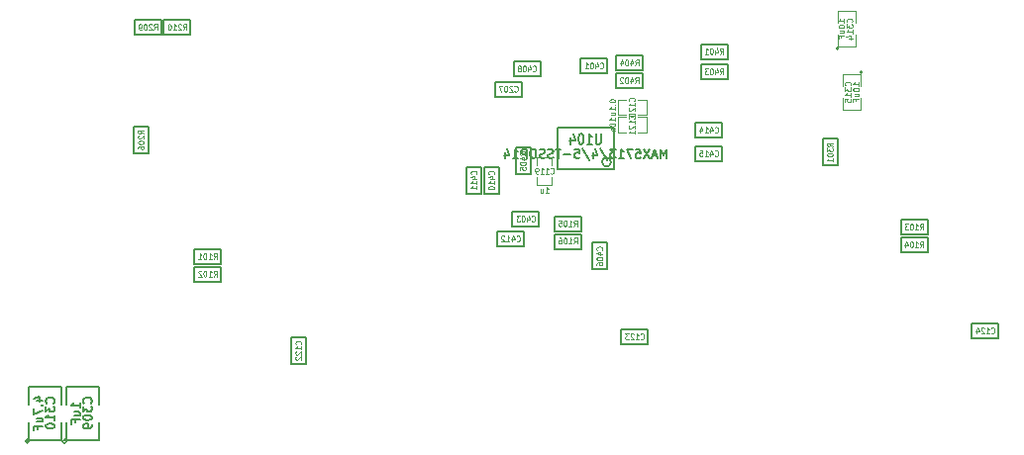
<source format=gbo>
G04 (created by PCBNEW (2013-07-07 BZR 4022)-stable) date 01/02/2015 03:27:21*
%MOIN*%
G04 Gerber Fmt 3.4, Leading zero omitted, Abs format*
%FSLAX34Y34*%
G01*
G70*
G90*
G04 APERTURE LIST*
%ADD10C,0.00590551*%
%ADD11C,0.008*%
%ADD12C,0.0047*%
%ADD13C,0.005*%
%ADD14C,0.0039*%
%ADD15C,0.0075*%
%ADD16C,0.0045*%
%ADD17C,0.0043*%
G04 APERTURE END LIST*
G54D10*
G54D11*
X63950Y-38300D02*
X62050Y-38300D01*
X62050Y-38300D02*
X62050Y-39700D01*
X62050Y-39700D02*
X63950Y-39700D01*
X63950Y-39700D02*
X63950Y-38300D01*
X63850Y-39450D02*
G75*
G03X63850Y-39450I-150J0D01*
G74*
G01*
G54D12*
X64763Y-37342D02*
X65038Y-37342D01*
X64369Y-37342D02*
X64094Y-37342D01*
X64763Y-37854D02*
X65038Y-37854D01*
X64094Y-37854D02*
X64369Y-37854D01*
X65038Y-37848D02*
X65038Y-37348D01*
X64094Y-37348D02*
X64094Y-37848D01*
X61358Y-39566D02*
X61358Y-39291D01*
X61358Y-39960D02*
X61358Y-40235D01*
X61870Y-39566D02*
X61870Y-39291D01*
X61870Y-40235D02*
X61870Y-39960D01*
X61864Y-39291D02*
X61364Y-39291D01*
X61364Y-40235D02*
X61864Y-40235D01*
X64763Y-37932D02*
X65038Y-37932D01*
X64369Y-37932D02*
X64094Y-37932D01*
X64763Y-38444D02*
X65038Y-38444D01*
X64094Y-38444D02*
X64369Y-38444D01*
X65038Y-38438D02*
X65038Y-37938D01*
X64094Y-37938D02*
X64094Y-38438D01*
G54D13*
X73605Y-42494D02*
X74505Y-42494D01*
X74505Y-42494D02*
X74505Y-41994D01*
X74505Y-41994D02*
X73605Y-41994D01*
X73605Y-41994D02*
X73605Y-42494D01*
X74505Y-41403D02*
X73605Y-41403D01*
X73605Y-41403D02*
X73605Y-41903D01*
X73605Y-41903D02*
X74505Y-41903D01*
X74505Y-41903D02*
X74505Y-41403D01*
X49825Y-43478D02*
X50725Y-43478D01*
X50725Y-43478D02*
X50725Y-42978D01*
X50725Y-42978D02*
X49825Y-42978D01*
X49825Y-42978D02*
X49825Y-43478D01*
X50725Y-42387D02*
X49825Y-42387D01*
X49825Y-42387D02*
X49825Y-42887D01*
X49825Y-42887D02*
X50725Y-42887D01*
X50725Y-42887D02*
X50725Y-42387D01*
X62851Y-41875D02*
X61951Y-41875D01*
X61951Y-41875D02*
X61951Y-42375D01*
X61951Y-42375D02*
X62851Y-42375D01*
X62851Y-42375D02*
X62851Y-41875D01*
X61951Y-41785D02*
X62851Y-41785D01*
X62851Y-41785D02*
X62851Y-41285D01*
X62851Y-41285D02*
X61951Y-41285D01*
X61951Y-41285D02*
X61951Y-41785D01*
X71490Y-39564D02*
X71490Y-38664D01*
X71490Y-38664D02*
X70990Y-38664D01*
X70990Y-38664D02*
X70990Y-39564D01*
X70990Y-39564D02*
X71490Y-39564D01*
X45533Y-48863D02*
G75*
G03X45533Y-48863I-70J0D01*
G74*
G01*
X46612Y-48213D02*
X46612Y-48813D01*
X46612Y-48813D02*
X45512Y-48813D01*
X45512Y-48813D02*
X45512Y-48213D01*
X45512Y-47613D02*
X45512Y-47013D01*
X45512Y-47013D02*
X46612Y-47013D01*
X46612Y-47013D02*
X46612Y-47613D01*
X44273Y-48863D02*
G75*
G03X44273Y-48863I-70J0D01*
G74*
G01*
X45353Y-48213D02*
X45353Y-48813D01*
X45353Y-48813D02*
X44253Y-48813D01*
X44253Y-48813D02*
X44253Y-48213D01*
X44253Y-47613D02*
X44253Y-47013D01*
X44253Y-47013D02*
X45353Y-47013D01*
X45353Y-47013D02*
X45353Y-47613D01*
G54D14*
X72318Y-36436D02*
G75*
G03X72318Y-36436I-50J0D01*
G74*
G01*
X72268Y-36886D02*
X72268Y-36486D01*
X72268Y-36486D02*
X71668Y-36486D01*
X71668Y-36486D02*
X71668Y-36886D01*
X71668Y-37286D02*
X71668Y-37686D01*
X71668Y-37686D02*
X72268Y-37686D01*
X72268Y-37686D02*
X72268Y-37286D01*
X71521Y-35610D02*
G75*
G03X71521Y-35610I-50J0D01*
G74*
G01*
X71471Y-35160D02*
X71471Y-35560D01*
X71471Y-35560D02*
X72071Y-35560D01*
X72071Y-35560D02*
X72071Y-35160D01*
X72071Y-34760D02*
X72071Y-34360D01*
X72071Y-34360D02*
X71471Y-34360D01*
X71471Y-34360D02*
X71471Y-34760D01*
G54D13*
X47800Y-38250D02*
X47800Y-39150D01*
X47800Y-39150D02*
X48300Y-39150D01*
X48300Y-39150D02*
X48300Y-38250D01*
X48300Y-38250D02*
X47800Y-38250D01*
X48801Y-35171D02*
X49701Y-35171D01*
X49701Y-35171D02*
X49701Y-34671D01*
X49701Y-34671D02*
X48801Y-34671D01*
X48801Y-34671D02*
X48801Y-35171D01*
X47817Y-35171D02*
X48717Y-35171D01*
X48717Y-35171D02*
X48717Y-34671D01*
X48717Y-34671D02*
X47817Y-34671D01*
X47817Y-34671D02*
X47817Y-35171D01*
X59950Y-37250D02*
X60850Y-37250D01*
X60850Y-37250D02*
X60850Y-36750D01*
X60850Y-36750D02*
X59950Y-36750D01*
X59950Y-36750D02*
X59950Y-37250D01*
X66695Y-38635D02*
X67595Y-38635D01*
X67595Y-38635D02*
X67595Y-38135D01*
X67595Y-38135D02*
X66695Y-38135D01*
X66695Y-38135D02*
X66695Y-38635D01*
X66695Y-39423D02*
X67595Y-39423D01*
X67595Y-39423D02*
X67595Y-38923D01*
X67595Y-38923D02*
X66695Y-38923D01*
X66695Y-38923D02*
X66695Y-39423D01*
X59592Y-39609D02*
X59592Y-40509D01*
X59592Y-40509D02*
X60092Y-40509D01*
X60092Y-40509D02*
X60092Y-39609D01*
X60092Y-39609D02*
X59592Y-39609D01*
X59001Y-39609D02*
X59001Y-40509D01*
X59001Y-40509D02*
X59501Y-40509D01*
X59501Y-40509D02*
X59501Y-39609D01*
X59501Y-39609D02*
X59001Y-39609D01*
X60922Y-41797D02*
X60022Y-41797D01*
X60022Y-41797D02*
X60022Y-42297D01*
X60022Y-42297D02*
X60922Y-42297D01*
X60922Y-42297D02*
X60922Y-41797D01*
X61473Y-36068D02*
X60573Y-36068D01*
X60573Y-36068D02*
X60573Y-36568D01*
X60573Y-36568D02*
X61473Y-36568D01*
X61473Y-36568D02*
X61473Y-36068D01*
X63234Y-42168D02*
X63234Y-43068D01*
X63234Y-43068D02*
X63734Y-43068D01*
X63734Y-43068D02*
X63734Y-42168D01*
X63734Y-42168D02*
X63234Y-42168D01*
X67772Y-35478D02*
X66872Y-35478D01*
X66872Y-35478D02*
X66872Y-35978D01*
X66872Y-35978D02*
X67772Y-35978D01*
X67772Y-35978D02*
X67772Y-35478D01*
X64018Y-36962D02*
X64918Y-36962D01*
X64918Y-36962D02*
X64918Y-36462D01*
X64918Y-36462D02*
X64018Y-36462D01*
X64018Y-36462D02*
X64018Y-36962D01*
X64018Y-36372D02*
X64918Y-36372D01*
X64918Y-36372D02*
X64918Y-35872D01*
X64918Y-35872D02*
X64018Y-35872D01*
X64018Y-35872D02*
X64018Y-36372D01*
X66872Y-36667D02*
X67772Y-36667D01*
X67772Y-36667D02*
X67772Y-36167D01*
X67772Y-36167D02*
X66872Y-36167D01*
X66872Y-36167D02*
X66872Y-36667D01*
X60655Y-38959D02*
X60655Y-39859D01*
X60655Y-39859D02*
X61155Y-39859D01*
X61155Y-39859D02*
X61155Y-38959D01*
X61155Y-38959D02*
X60655Y-38959D01*
X61434Y-41127D02*
X60534Y-41127D01*
X60534Y-41127D02*
X60534Y-41627D01*
X60534Y-41627D02*
X61434Y-41627D01*
X61434Y-41627D02*
X61434Y-41127D01*
X62837Y-36470D02*
X63737Y-36470D01*
X63737Y-36470D02*
X63737Y-35970D01*
X63737Y-35970D02*
X62837Y-35970D01*
X62837Y-35970D02*
X62837Y-36470D01*
X53600Y-46250D02*
X53600Y-45350D01*
X53600Y-45350D02*
X53100Y-45350D01*
X53100Y-45350D02*
X53100Y-46250D01*
X53100Y-46250D02*
X53600Y-46250D01*
X64200Y-45600D02*
X65100Y-45600D01*
X65100Y-45600D02*
X65100Y-45100D01*
X65100Y-45100D02*
X64200Y-45100D01*
X64200Y-45100D02*
X64200Y-45600D01*
X76000Y-45400D02*
X76900Y-45400D01*
X76900Y-45400D02*
X76900Y-44900D01*
X76900Y-44900D02*
X76000Y-44900D01*
X76000Y-44900D02*
X76000Y-45400D01*
G54D15*
X63514Y-38491D02*
X63514Y-38775D01*
X63500Y-38808D01*
X63485Y-38825D01*
X63457Y-38841D01*
X63400Y-38841D01*
X63371Y-38825D01*
X63357Y-38808D01*
X63342Y-38775D01*
X63342Y-38491D01*
X63042Y-38841D02*
X63214Y-38841D01*
X63128Y-38841D02*
X63128Y-38491D01*
X63157Y-38541D01*
X63185Y-38575D01*
X63214Y-38591D01*
X62857Y-38491D02*
X62828Y-38491D01*
X62800Y-38508D01*
X62785Y-38525D01*
X62771Y-38558D01*
X62757Y-38625D01*
X62757Y-38708D01*
X62771Y-38775D01*
X62785Y-38808D01*
X62800Y-38825D01*
X62828Y-38841D01*
X62857Y-38841D01*
X62885Y-38825D01*
X62900Y-38808D01*
X62914Y-38775D01*
X62928Y-38708D01*
X62928Y-38625D01*
X62914Y-38558D01*
X62900Y-38525D01*
X62885Y-38508D01*
X62857Y-38491D01*
X62500Y-38608D02*
X62500Y-38841D01*
X62571Y-38475D02*
X62642Y-38725D01*
X62457Y-38725D01*
X65721Y-39321D02*
X65721Y-39021D01*
X65621Y-39235D01*
X65521Y-39021D01*
X65521Y-39321D01*
X65392Y-39235D02*
X65249Y-39235D01*
X65421Y-39321D02*
X65321Y-39021D01*
X65221Y-39321D01*
X65149Y-39021D02*
X64949Y-39321D01*
X64949Y-39021D02*
X65149Y-39321D01*
X64692Y-39021D02*
X64835Y-39021D01*
X64849Y-39164D01*
X64835Y-39150D01*
X64807Y-39135D01*
X64735Y-39135D01*
X64707Y-39150D01*
X64692Y-39164D01*
X64678Y-39192D01*
X64678Y-39264D01*
X64692Y-39292D01*
X64707Y-39307D01*
X64735Y-39321D01*
X64807Y-39321D01*
X64835Y-39307D01*
X64849Y-39292D01*
X64578Y-39021D02*
X64378Y-39021D01*
X64507Y-39321D01*
X64107Y-39321D02*
X64278Y-39321D01*
X64192Y-39321D02*
X64192Y-39021D01*
X64221Y-39064D01*
X64250Y-39092D01*
X64278Y-39107D01*
X64007Y-39021D02*
X63821Y-39021D01*
X63921Y-39135D01*
X63878Y-39135D01*
X63850Y-39150D01*
X63835Y-39164D01*
X63821Y-39192D01*
X63821Y-39264D01*
X63835Y-39292D01*
X63850Y-39307D01*
X63878Y-39321D01*
X63964Y-39321D01*
X63992Y-39307D01*
X64007Y-39292D01*
X63478Y-39007D02*
X63735Y-39392D01*
X63250Y-39121D02*
X63250Y-39321D01*
X63321Y-39007D02*
X63392Y-39221D01*
X63207Y-39221D01*
X62878Y-39007D02*
X63135Y-39392D01*
X62635Y-39021D02*
X62778Y-39021D01*
X62792Y-39164D01*
X62778Y-39150D01*
X62750Y-39135D01*
X62678Y-39135D01*
X62650Y-39150D01*
X62635Y-39164D01*
X62621Y-39192D01*
X62621Y-39264D01*
X62635Y-39292D01*
X62650Y-39307D01*
X62678Y-39321D01*
X62750Y-39321D01*
X62778Y-39307D01*
X62792Y-39292D01*
X62492Y-39207D02*
X62264Y-39207D01*
X62164Y-39021D02*
X61992Y-39021D01*
X62078Y-39321D02*
X62078Y-39021D01*
X61907Y-39307D02*
X61864Y-39321D01*
X61792Y-39321D01*
X61764Y-39307D01*
X61750Y-39292D01*
X61735Y-39264D01*
X61735Y-39235D01*
X61750Y-39207D01*
X61764Y-39192D01*
X61792Y-39178D01*
X61850Y-39164D01*
X61878Y-39150D01*
X61892Y-39135D01*
X61907Y-39107D01*
X61907Y-39078D01*
X61892Y-39050D01*
X61878Y-39035D01*
X61850Y-39021D01*
X61778Y-39021D01*
X61735Y-39035D01*
X61621Y-39307D02*
X61578Y-39321D01*
X61507Y-39321D01*
X61478Y-39307D01*
X61464Y-39292D01*
X61450Y-39264D01*
X61450Y-39235D01*
X61464Y-39207D01*
X61478Y-39192D01*
X61507Y-39178D01*
X61564Y-39164D01*
X61592Y-39150D01*
X61607Y-39135D01*
X61621Y-39107D01*
X61621Y-39078D01*
X61607Y-39050D01*
X61592Y-39035D01*
X61564Y-39021D01*
X61492Y-39021D01*
X61450Y-39035D01*
X61264Y-39021D02*
X61207Y-39021D01*
X61178Y-39035D01*
X61150Y-39064D01*
X61135Y-39121D01*
X61135Y-39221D01*
X61150Y-39278D01*
X61178Y-39307D01*
X61207Y-39321D01*
X61264Y-39321D01*
X61292Y-39307D01*
X61321Y-39278D01*
X61335Y-39221D01*
X61335Y-39121D01*
X61321Y-39064D01*
X61292Y-39035D01*
X61264Y-39021D01*
X61007Y-39321D02*
X61007Y-39021D01*
X60892Y-39021D01*
X60864Y-39035D01*
X60850Y-39050D01*
X60835Y-39078D01*
X60835Y-39121D01*
X60850Y-39150D01*
X60864Y-39164D01*
X60892Y-39178D01*
X61007Y-39178D01*
X60550Y-39321D02*
X60721Y-39321D01*
X60635Y-39321D02*
X60635Y-39021D01*
X60664Y-39064D01*
X60692Y-39092D01*
X60721Y-39107D01*
X60292Y-39121D02*
X60292Y-39321D01*
X60364Y-39007D02*
X60435Y-39221D01*
X60250Y-39221D01*
G54D16*
X64628Y-37396D02*
X64638Y-37388D01*
X64647Y-37362D01*
X64647Y-37345D01*
X64638Y-37319D01*
X64619Y-37302D01*
X64600Y-37294D01*
X64562Y-37285D01*
X64533Y-37285D01*
X64495Y-37294D01*
X64476Y-37302D01*
X64457Y-37319D01*
X64447Y-37345D01*
X64447Y-37362D01*
X64457Y-37388D01*
X64466Y-37396D01*
X64647Y-37568D02*
X64647Y-37465D01*
X64647Y-37516D02*
X64447Y-37516D01*
X64476Y-37499D01*
X64495Y-37482D01*
X64505Y-37465D01*
X64466Y-37636D02*
X64457Y-37645D01*
X64447Y-37662D01*
X64447Y-37705D01*
X64457Y-37722D01*
X64466Y-37731D01*
X64485Y-37739D01*
X64505Y-37739D01*
X64533Y-37731D01*
X64647Y-37628D01*
X64647Y-37739D01*
X64447Y-37851D02*
X64447Y-37868D01*
X64457Y-37885D01*
X64466Y-37894D01*
X64485Y-37902D01*
X64524Y-37911D01*
X64571Y-37911D01*
X64609Y-37902D01*
X64628Y-37894D01*
X64638Y-37885D01*
X64647Y-37868D01*
X64647Y-37851D01*
X64638Y-37834D01*
X64628Y-37825D01*
X64609Y-37816D01*
X64571Y-37808D01*
X64524Y-37808D01*
X64485Y-37816D01*
X64466Y-37825D01*
X64457Y-37834D01*
X64447Y-37851D01*
X63797Y-37379D02*
X63797Y-37396D01*
X63807Y-37414D01*
X63816Y-37422D01*
X63835Y-37431D01*
X63874Y-37439D01*
X63921Y-37439D01*
X63959Y-37431D01*
X63978Y-37422D01*
X63988Y-37414D01*
X63997Y-37396D01*
X63997Y-37379D01*
X63988Y-37362D01*
X63978Y-37354D01*
X63959Y-37345D01*
X63921Y-37336D01*
X63874Y-37336D01*
X63835Y-37345D01*
X63816Y-37354D01*
X63807Y-37362D01*
X63797Y-37379D01*
X63978Y-37516D02*
X63988Y-37525D01*
X63997Y-37516D01*
X63988Y-37508D01*
X63978Y-37516D01*
X63997Y-37516D01*
X63997Y-37696D02*
X63997Y-37594D01*
X63997Y-37645D02*
X63797Y-37645D01*
X63826Y-37628D01*
X63845Y-37611D01*
X63855Y-37594D01*
X63864Y-37851D02*
X63997Y-37851D01*
X63864Y-37774D02*
X63969Y-37774D01*
X63988Y-37782D01*
X63997Y-37799D01*
X63997Y-37825D01*
X63988Y-37842D01*
X63978Y-37851D01*
X61815Y-39825D02*
X61824Y-39835D01*
X61849Y-39844D01*
X61867Y-39844D01*
X61892Y-39835D01*
X61909Y-39816D01*
X61918Y-39797D01*
X61927Y-39759D01*
X61927Y-39730D01*
X61918Y-39692D01*
X61909Y-39673D01*
X61892Y-39654D01*
X61867Y-39644D01*
X61849Y-39644D01*
X61824Y-39654D01*
X61815Y-39663D01*
X61644Y-39844D02*
X61747Y-39844D01*
X61695Y-39844D02*
X61695Y-39644D01*
X61712Y-39673D01*
X61729Y-39692D01*
X61747Y-39701D01*
X61472Y-39844D02*
X61575Y-39844D01*
X61524Y-39844D02*
X61524Y-39644D01*
X61541Y-39673D01*
X61558Y-39692D01*
X61575Y-39701D01*
X61387Y-39844D02*
X61352Y-39844D01*
X61335Y-39835D01*
X61327Y-39825D01*
X61309Y-39797D01*
X61301Y-39759D01*
X61301Y-39682D01*
X61309Y-39663D01*
X61318Y-39654D01*
X61335Y-39644D01*
X61369Y-39644D01*
X61387Y-39654D01*
X61395Y-39663D01*
X61404Y-39682D01*
X61404Y-39730D01*
X61395Y-39749D01*
X61387Y-39759D01*
X61369Y-39768D01*
X61335Y-39768D01*
X61318Y-39759D01*
X61309Y-39749D01*
X61301Y-39730D01*
X61644Y-40494D02*
X61747Y-40494D01*
X61695Y-40494D02*
X61695Y-40294D01*
X61712Y-40323D01*
X61729Y-40342D01*
X61747Y-40351D01*
X61489Y-40361D02*
X61489Y-40494D01*
X61567Y-40361D02*
X61567Y-40466D01*
X61558Y-40485D01*
X61541Y-40494D01*
X61515Y-40494D01*
X61498Y-40485D01*
X61489Y-40475D01*
X64628Y-37987D02*
X64638Y-37978D01*
X64647Y-37953D01*
X64647Y-37936D01*
X64638Y-37910D01*
X64619Y-37893D01*
X64600Y-37884D01*
X64562Y-37876D01*
X64533Y-37876D01*
X64495Y-37884D01*
X64476Y-37893D01*
X64457Y-37910D01*
X64447Y-37936D01*
X64447Y-37953D01*
X64457Y-37978D01*
X64466Y-37987D01*
X64647Y-38158D02*
X64647Y-38056D01*
X64647Y-38107D02*
X64447Y-38107D01*
X64476Y-38090D01*
X64495Y-38073D01*
X64505Y-38056D01*
X64466Y-38227D02*
X64457Y-38236D01*
X64447Y-38253D01*
X64447Y-38296D01*
X64457Y-38313D01*
X64466Y-38321D01*
X64485Y-38330D01*
X64505Y-38330D01*
X64533Y-38321D01*
X64647Y-38218D01*
X64647Y-38330D01*
X64647Y-38501D02*
X64647Y-38398D01*
X64647Y-38450D02*
X64447Y-38450D01*
X64476Y-38433D01*
X64495Y-38416D01*
X64505Y-38398D01*
X63997Y-38073D02*
X63997Y-37970D01*
X63997Y-38021D02*
X63797Y-38021D01*
X63826Y-38004D01*
X63845Y-37987D01*
X63855Y-37970D01*
X63797Y-38184D02*
X63797Y-38201D01*
X63807Y-38218D01*
X63816Y-38227D01*
X63835Y-38236D01*
X63874Y-38244D01*
X63921Y-38244D01*
X63959Y-38236D01*
X63978Y-38227D01*
X63988Y-38218D01*
X63997Y-38201D01*
X63997Y-38184D01*
X63988Y-38167D01*
X63978Y-38158D01*
X63959Y-38150D01*
X63921Y-38141D01*
X63874Y-38141D01*
X63835Y-38150D01*
X63816Y-38158D01*
X63807Y-38167D01*
X63797Y-38184D01*
X63864Y-38321D02*
X63997Y-38321D01*
X63883Y-38321D02*
X63874Y-38330D01*
X63864Y-38347D01*
X63864Y-38373D01*
X63874Y-38390D01*
X63893Y-38398D01*
X63997Y-38398D01*
X74256Y-42325D02*
X74316Y-42229D01*
X74359Y-42325D02*
X74359Y-42125D01*
X74290Y-42125D01*
X74273Y-42134D01*
X74265Y-42144D01*
X74256Y-42163D01*
X74256Y-42191D01*
X74265Y-42210D01*
X74273Y-42220D01*
X74290Y-42229D01*
X74359Y-42229D01*
X74085Y-42325D02*
X74187Y-42325D01*
X74136Y-42325D02*
X74136Y-42125D01*
X74153Y-42153D01*
X74170Y-42172D01*
X74187Y-42182D01*
X73973Y-42125D02*
X73956Y-42125D01*
X73939Y-42134D01*
X73930Y-42144D01*
X73922Y-42163D01*
X73913Y-42201D01*
X73913Y-42248D01*
X73922Y-42286D01*
X73930Y-42305D01*
X73939Y-42315D01*
X73956Y-42325D01*
X73973Y-42325D01*
X73990Y-42315D01*
X73999Y-42305D01*
X74007Y-42286D01*
X74016Y-42248D01*
X74016Y-42201D01*
X74007Y-42163D01*
X73999Y-42144D01*
X73990Y-42134D01*
X73973Y-42125D01*
X73759Y-42191D02*
X73759Y-42325D01*
X73802Y-42115D02*
X73845Y-42258D01*
X73733Y-42258D01*
X74256Y-41734D02*
X74316Y-41639D01*
X74359Y-41734D02*
X74359Y-41534D01*
X74290Y-41534D01*
X74273Y-41544D01*
X74265Y-41553D01*
X74256Y-41572D01*
X74256Y-41601D01*
X74265Y-41620D01*
X74273Y-41629D01*
X74290Y-41639D01*
X74359Y-41639D01*
X74085Y-41734D02*
X74187Y-41734D01*
X74136Y-41734D02*
X74136Y-41534D01*
X74153Y-41563D01*
X74170Y-41582D01*
X74187Y-41591D01*
X73973Y-41534D02*
X73956Y-41534D01*
X73939Y-41544D01*
X73930Y-41553D01*
X73922Y-41572D01*
X73913Y-41610D01*
X73913Y-41658D01*
X73922Y-41696D01*
X73930Y-41715D01*
X73939Y-41724D01*
X73956Y-41734D01*
X73973Y-41734D01*
X73990Y-41724D01*
X73999Y-41715D01*
X74007Y-41696D01*
X74016Y-41658D01*
X74016Y-41610D01*
X74007Y-41572D01*
X73999Y-41553D01*
X73990Y-41544D01*
X73973Y-41534D01*
X73853Y-41534D02*
X73742Y-41534D01*
X73802Y-41610D01*
X73776Y-41610D01*
X73759Y-41620D01*
X73750Y-41629D01*
X73742Y-41648D01*
X73742Y-41696D01*
X73750Y-41715D01*
X73759Y-41724D01*
X73776Y-41734D01*
X73827Y-41734D01*
X73845Y-41724D01*
X73853Y-41715D01*
X50477Y-43309D02*
X50537Y-43214D01*
X50579Y-43309D02*
X50579Y-43109D01*
X50511Y-43109D01*
X50494Y-43118D01*
X50485Y-43128D01*
X50477Y-43147D01*
X50477Y-43175D01*
X50485Y-43195D01*
X50494Y-43204D01*
X50511Y-43214D01*
X50579Y-43214D01*
X50305Y-43309D02*
X50408Y-43309D01*
X50357Y-43309D02*
X50357Y-43109D01*
X50374Y-43137D01*
X50391Y-43156D01*
X50408Y-43166D01*
X50194Y-43109D02*
X50177Y-43109D01*
X50159Y-43118D01*
X50151Y-43128D01*
X50142Y-43147D01*
X50134Y-43185D01*
X50134Y-43233D01*
X50142Y-43271D01*
X50151Y-43290D01*
X50159Y-43299D01*
X50177Y-43309D01*
X50194Y-43309D01*
X50211Y-43299D01*
X50219Y-43290D01*
X50228Y-43271D01*
X50237Y-43233D01*
X50237Y-43185D01*
X50228Y-43147D01*
X50219Y-43128D01*
X50211Y-43118D01*
X50194Y-43109D01*
X50065Y-43128D02*
X50057Y-43118D01*
X50039Y-43109D01*
X49997Y-43109D01*
X49979Y-43118D01*
X49971Y-43128D01*
X49962Y-43147D01*
X49962Y-43166D01*
X49971Y-43195D01*
X50074Y-43309D01*
X49962Y-43309D01*
X50477Y-42718D02*
X50537Y-42623D01*
X50579Y-42718D02*
X50579Y-42518D01*
X50511Y-42518D01*
X50494Y-42528D01*
X50485Y-42537D01*
X50477Y-42556D01*
X50477Y-42585D01*
X50485Y-42604D01*
X50494Y-42613D01*
X50511Y-42623D01*
X50579Y-42623D01*
X50305Y-42718D02*
X50408Y-42718D01*
X50357Y-42718D02*
X50357Y-42518D01*
X50374Y-42547D01*
X50391Y-42566D01*
X50408Y-42575D01*
X50194Y-42518D02*
X50177Y-42518D01*
X50159Y-42528D01*
X50151Y-42537D01*
X50142Y-42556D01*
X50134Y-42594D01*
X50134Y-42642D01*
X50142Y-42680D01*
X50151Y-42699D01*
X50159Y-42709D01*
X50177Y-42718D01*
X50194Y-42718D01*
X50211Y-42709D01*
X50219Y-42699D01*
X50228Y-42680D01*
X50237Y-42642D01*
X50237Y-42594D01*
X50228Y-42556D01*
X50219Y-42537D01*
X50211Y-42528D01*
X50194Y-42518D01*
X49962Y-42718D02*
X50065Y-42718D01*
X50014Y-42718D02*
X50014Y-42518D01*
X50031Y-42547D01*
X50048Y-42566D01*
X50065Y-42575D01*
X62603Y-42206D02*
X62663Y-42111D01*
X62705Y-42206D02*
X62705Y-42006D01*
X62637Y-42006D01*
X62620Y-42016D01*
X62611Y-42025D01*
X62603Y-42045D01*
X62603Y-42073D01*
X62611Y-42092D01*
X62620Y-42102D01*
X62637Y-42111D01*
X62705Y-42111D01*
X62431Y-42206D02*
X62534Y-42206D01*
X62483Y-42206D02*
X62483Y-42006D01*
X62500Y-42035D01*
X62517Y-42054D01*
X62534Y-42064D01*
X62320Y-42006D02*
X62303Y-42006D01*
X62285Y-42016D01*
X62277Y-42025D01*
X62268Y-42045D01*
X62260Y-42083D01*
X62260Y-42130D01*
X62268Y-42168D01*
X62277Y-42187D01*
X62285Y-42197D01*
X62303Y-42206D01*
X62320Y-42206D01*
X62337Y-42197D01*
X62345Y-42187D01*
X62354Y-42168D01*
X62363Y-42130D01*
X62363Y-42083D01*
X62354Y-42045D01*
X62345Y-42025D01*
X62337Y-42016D01*
X62320Y-42006D01*
X62105Y-42006D02*
X62140Y-42006D01*
X62157Y-42016D01*
X62165Y-42025D01*
X62183Y-42054D01*
X62191Y-42092D01*
X62191Y-42168D01*
X62183Y-42187D01*
X62174Y-42197D01*
X62157Y-42206D01*
X62123Y-42206D01*
X62105Y-42197D01*
X62097Y-42187D01*
X62088Y-42168D01*
X62088Y-42121D01*
X62097Y-42102D01*
X62105Y-42092D01*
X62123Y-42083D01*
X62157Y-42083D01*
X62174Y-42092D01*
X62183Y-42102D01*
X62191Y-42121D01*
X62603Y-41616D02*
X62663Y-41521D01*
X62705Y-41616D02*
X62705Y-41416D01*
X62637Y-41416D01*
X62620Y-41425D01*
X62611Y-41435D01*
X62603Y-41454D01*
X62603Y-41483D01*
X62611Y-41502D01*
X62620Y-41511D01*
X62637Y-41521D01*
X62705Y-41521D01*
X62431Y-41616D02*
X62534Y-41616D01*
X62483Y-41616D02*
X62483Y-41416D01*
X62500Y-41444D01*
X62517Y-41464D01*
X62534Y-41473D01*
X62320Y-41416D02*
X62303Y-41416D01*
X62285Y-41425D01*
X62277Y-41435D01*
X62268Y-41454D01*
X62260Y-41492D01*
X62260Y-41540D01*
X62268Y-41578D01*
X62277Y-41597D01*
X62285Y-41606D01*
X62303Y-41616D01*
X62320Y-41616D01*
X62337Y-41606D01*
X62345Y-41597D01*
X62354Y-41578D01*
X62363Y-41540D01*
X62363Y-41492D01*
X62354Y-41454D01*
X62345Y-41435D01*
X62337Y-41425D01*
X62320Y-41416D01*
X62097Y-41416D02*
X62183Y-41416D01*
X62191Y-41511D01*
X62183Y-41502D01*
X62165Y-41492D01*
X62123Y-41492D01*
X62105Y-41502D01*
X62097Y-41511D01*
X62088Y-41530D01*
X62088Y-41578D01*
X62097Y-41597D01*
X62105Y-41606D01*
X62123Y-41616D01*
X62165Y-41616D01*
X62183Y-41606D01*
X62191Y-41597D01*
X71321Y-38912D02*
X71225Y-38852D01*
X71321Y-38809D02*
X71121Y-38809D01*
X71121Y-38878D01*
X71130Y-38895D01*
X71140Y-38904D01*
X71159Y-38912D01*
X71187Y-38912D01*
X71206Y-38904D01*
X71216Y-38895D01*
X71225Y-38878D01*
X71225Y-38809D01*
X71121Y-38972D02*
X71121Y-39084D01*
X71197Y-39024D01*
X71197Y-39049D01*
X71206Y-39067D01*
X71216Y-39075D01*
X71235Y-39084D01*
X71283Y-39084D01*
X71302Y-39075D01*
X71311Y-39067D01*
X71321Y-39049D01*
X71321Y-38998D01*
X71311Y-38981D01*
X71302Y-38972D01*
X71121Y-39195D02*
X71121Y-39212D01*
X71130Y-39229D01*
X71140Y-39238D01*
X71159Y-39247D01*
X71197Y-39255D01*
X71244Y-39255D01*
X71283Y-39247D01*
X71302Y-39238D01*
X71311Y-39229D01*
X71321Y-39212D01*
X71321Y-39195D01*
X71311Y-39178D01*
X71302Y-39169D01*
X71283Y-39161D01*
X71244Y-39152D01*
X71197Y-39152D01*
X71159Y-39161D01*
X71140Y-39169D01*
X71130Y-39178D01*
X71121Y-39195D01*
X71321Y-39427D02*
X71321Y-39324D01*
X71321Y-39375D02*
X71121Y-39375D01*
X71149Y-39358D01*
X71168Y-39341D01*
X71178Y-39324D01*
G54D13*
X46355Y-47577D02*
X46370Y-47563D01*
X46384Y-47520D01*
X46384Y-47491D01*
X46370Y-47449D01*
X46341Y-47420D01*
X46312Y-47406D01*
X46255Y-47391D01*
X46212Y-47391D01*
X46155Y-47406D01*
X46127Y-47420D01*
X46098Y-47449D01*
X46084Y-47491D01*
X46084Y-47520D01*
X46098Y-47563D01*
X46112Y-47577D01*
X46084Y-47677D02*
X46084Y-47863D01*
X46198Y-47763D01*
X46198Y-47806D01*
X46212Y-47834D01*
X46227Y-47849D01*
X46255Y-47863D01*
X46327Y-47863D01*
X46355Y-47849D01*
X46370Y-47834D01*
X46384Y-47806D01*
X46384Y-47720D01*
X46370Y-47691D01*
X46355Y-47677D01*
X46084Y-48049D02*
X46084Y-48077D01*
X46098Y-48106D01*
X46112Y-48120D01*
X46141Y-48134D01*
X46198Y-48149D01*
X46270Y-48149D01*
X46327Y-48134D01*
X46355Y-48120D01*
X46370Y-48106D01*
X46384Y-48077D01*
X46384Y-48049D01*
X46370Y-48020D01*
X46355Y-48006D01*
X46327Y-47991D01*
X46270Y-47977D01*
X46198Y-47977D01*
X46141Y-47991D01*
X46112Y-48006D01*
X46098Y-48020D01*
X46084Y-48049D01*
X46384Y-48291D02*
X46384Y-48349D01*
X46370Y-48377D01*
X46355Y-48391D01*
X46312Y-48420D01*
X46255Y-48434D01*
X46141Y-48434D01*
X46112Y-48420D01*
X46098Y-48406D01*
X46084Y-48377D01*
X46084Y-48320D01*
X46098Y-48291D01*
X46112Y-48277D01*
X46141Y-48263D01*
X46212Y-48263D01*
X46241Y-48277D01*
X46255Y-48291D01*
X46270Y-48320D01*
X46270Y-48377D01*
X46255Y-48406D01*
X46241Y-48420D01*
X46212Y-48434D01*
X45984Y-47734D02*
X45984Y-47563D01*
X45984Y-47649D02*
X45684Y-47649D01*
X45727Y-47620D01*
X45755Y-47591D01*
X45770Y-47563D01*
X45784Y-47991D02*
X45984Y-47991D01*
X45784Y-47863D02*
X45941Y-47863D01*
X45970Y-47877D01*
X45984Y-47906D01*
X45984Y-47949D01*
X45970Y-47977D01*
X45955Y-47991D01*
X45827Y-48234D02*
X45827Y-48134D01*
X45984Y-48134D02*
X45684Y-48134D01*
X45684Y-48277D01*
X45096Y-47577D02*
X45110Y-47563D01*
X45124Y-47520D01*
X45124Y-47491D01*
X45110Y-47449D01*
X45081Y-47420D01*
X45053Y-47406D01*
X44996Y-47391D01*
X44953Y-47391D01*
X44896Y-47406D01*
X44867Y-47420D01*
X44838Y-47449D01*
X44824Y-47491D01*
X44824Y-47520D01*
X44838Y-47563D01*
X44853Y-47577D01*
X44824Y-47677D02*
X44824Y-47863D01*
X44938Y-47763D01*
X44938Y-47806D01*
X44953Y-47834D01*
X44967Y-47849D01*
X44996Y-47863D01*
X45067Y-47863D01*
X45096Y-47849D01*
X45110Y-47834D01*
X45124Y-47806D01*
X45124Y-47720D01*
X45110Y-47691D01*
X45096Y-47677D01*
X45124Y-48149D02*
X45124Y-47977D01*
X45124Y-48063D02*
X44824Y-48063D01*
X44867Y-48034D01*
X44896Y-48006D01*
X44910Y-47977D01*
X44824Y-48334D02*
X44824Y-48363D01*
X44838Y-48391D01*
X44853Y-48406D01*
X44881Y-48420D01*
X44938Y-48434D01*
X45010Y-48434D01*
X45067Y-48420D01*
X45096Y-48406D01*
X45110Y-48391D01*
X45124Y-48363D01*
X45124Y-48334D01*
X45110Y-48306D01*
X45096Y-48291D01*
X45067Y-48277D01*
X45010Y-48263D01*
X44938Y-48263D01*
X44881Y-48277D01*
X44853Y-48291D01*
X44838Y-48306D01*
X44824Y-48334D01*
X44524Y-47491D02*
X44724Y-47491D01*
X44410Y-47420D02*
X44624Y-47349D01*
X44624Y-47534D01*
X44696Y-47649D02*
X44710Y-47663D01*
X44724Y-47649D01*
X44710Y-47634D01*
X44696Y-47649D01*
X44724Y-47649D01*
X44424Y-47763D02*
X44424Y-47963D01*
X44724Y-47834D01*
X44524Y-48206D02*
X44724Y-48206D01*
X44524Y-48077D02*
X44681Y-48077D01*
X44710Y-48091D01*
X44724Y-48120D01*
X44724Y-48163D01*
X44710Y-48191D01*
X44696Y-48206D01*
X44567Y-48449D02*
X44567Y-48349D01*
X44724Y-48349D02*
X44424Y-48349D01*
X44424Y-48491D01*
G54D17*
X71904Y-36866D02*
X71913Y-36856D01*
X71923Y-36828D01*
X71923Y-36809D01*
X71913Y-36781D01*
X71895Y-36762D01*
X71876Y-36753D01*
X71838Y-36744D01*
X71810Y-36744D01*
X71773Y-36753D01*
X71754Y-36762D01*
X71735Y-36781D01*
X71726Y-36809D01*
X71726Y-36828D01*
X71735Y-36856D01*
X71745Y-36866D01*
X71726Y-36931D02*
X71726Y-37053D01*
X71801Y-36988D01*
X71801Y-37016D01*
X71810Y-37035D01*
X71820Y-37044D01*
X71838Y-37053D01*
X71885Y-37053D01*
X71904Y-37044D01*
X71913Y-37035D01*
X71923Y-37016D01*
X71923Y-36959D01*
X71913Y-36941D01*
X71904Y-36931D01*
X71923Y-37241D02*
X71923Y-37128D01*
X71923Y-37185D02*
X71726Y-37185D01*
X71754Y-37166D01*
X71773Y-37147D01*
X71782Y-37128D01*
X71726Y-37419D02*
X71726Y-37325D01*
X71820Y-37316D01*
X71810Y-37325D01*
X71801Y-37344D01*
X71801Y-37391D01*
X71810Y-37410D01*
X71820Y-37419D01*
X71838Y-37429D01*
X71885Y-37429D01*
X71904Y-37419D01*
X71913Y-37410D01*
X71923Y-37391D01*
X71923Y-37344D01*
X71913Y-37325D01*
X71904Y-37316D01*
X72198Y-36875D02*
X72198Y-36762D01*
X72198Y-36819D02*
X72001Y-36819D01*
X72029Y-36800D01*
X72048Y-36781D01*
X72057Y-36762D01*
X72001Y-36997D02*
X72001Y-37016D01*
X72010Y-37035D01*
X72020Y-37044D01*
X72038Y-37053D01*
X72076Y-37063D01*
X72123Y-37063D01*
X72160Y-37053D01*
X72179Y-37044D01*
X72188Y-37035D01*
X72198Y-37016D01*
X72198Y-36997D01*
X72188Y-36978D01*
X72179Y-36969D01*
X72160Y-36959D01*
X72123Y-36950D01*
X72076Y-36950D01*
X72038Y-36959D01*
X72020Y-36969D01*
X72010Y-36978D01*
X72001Y-36997D01*
X72066Y-37232D02*
X72198Y-37232D01*
X72066Y-37147D02*
X72170Y-37147D01*
X72188Y-37156D01*
X72198Y-37175D01*
X72198Y-37203D01*
X72188Y-37222D01*
X72179Y-37232D01*
X72095Y-37391D02*
X72095Y-37325D01*
X72198Y-37325D02*
X72001Y-37325D01*
X72001Y-37419D01*
X71957Y-34740D02*
X71967Y-34730D01*
X71976Y-34702D01*
X71976Y-34683D01*
X71967Y-34655D01*
X71948Y-34636D01*
X71929Y-34627D01*
X71891Y-34618D01*
X71863Y-34618D01*
X71826Y-34627D01*
X71807Y-34636D01*
X71788Y-34655D01*
X71779Y-34683D01*
X71779Y-34702D01*
X71788Y-34730D01*
X71798Y-34740D01*
X71779Y-34805D02*
X71779Y-34927D01*
X71854Y-34862D01*
X71854Y-34890D01*
X71863Y-34909D01*
X71873Y-34918D01*
X71891Y-34927D01*
X71938Y-34927D01*
X71957Y-34918D01*
X71967Y-34909D01*
X71976Y-34890D01*
X71976Y-34833D01*
X71967Y-34815D01*
X71957Y-34805D01*
X71976Y-35115D02*
X71976Y-35002D01*
X71976Y-35059D02*
X71779Y-35059D01*
X71807Y-35040D01*
X71826Y-35021D01*
X71835Y-35002D01*
X71845Y-35284D02*
X71976Y-35284D01*
X71770Y-35237D02*
X71910Y-35190D01*
X71910Y-35312D01*
X71701Y-34749D02*
X71701Y-34636D01*
X71701Y-34693D02*
X71504Y-34693D01*
X71532Y-34674D01*
X71551Y-34655D01*
X71560Y-34636D01*
X71504Y-34871D02*
X71504Y-34890D01*
X71513Y-34909D01*
X71523Y-34918D01*
X71541Y-34927D01*
X71579Y-34937D01*
X71626Y-34937D01*
X71663Y-34927D01*
X71682Y-34918D01*
X71692Y-34909D01*
X71701Y-34890D01*
X71701Y-34871D01*
X71692Y-34852D01*
X71682Y-34843D01*
X71663Y-34833D01*
X71626Y-34824D01*
X71579Y-34824D01*
X71541Y-34833D01*
X71523Y-34843D01*
X71513Y-34852D01*
X71504Y-34871D01*
X71570Y-35106D02*
X71701Y-35106D01*
X71570Y-35021D02*
X71673Y-35021D01*
X71692Y-35030D01*
X71701Y-35049D01*
X71701Y-35077D01*
X71692Y-35096D01*
X71682Y-35106D01*
X71598Y-35265D02*
X71598Y-35199D01*
X71701Y-35199D02*
X71504Y-35199D01*
X71504Y-35293D01*
G54D16*
X48130Y-38498D02*
X48035Y-38438D01*
X48130Y-38395D02*
X47930Y-38395D01*
X47930Y-38464D01*
X47940Y-38481D01*
X47950Y-38490D01*
X47969Y-38498D01*
X47997Y-38498D01*
X48016Y-38490D01*
X48026Y-38481D01*
X48035Y-38464D01*
X48035Y-38395D01*
X47950Y-38567D02*
X47940Y-38575D01*
X47930Y-38592D01*
X47930Y-38635D01*
X47940Y-38652D01*
X47950Y-38661D01*
X47969Y-38670D01*
X47988Y-38670D01*
X48016Y-38661D01*
X48130Y-38558D01*
X48130Y-38670D01*
X47930Y-38781D02*
X47930Y-38798D01*
X47940Y-38815D01*
X47950Y-38824D01*
X47969Y-38832D01*
X48007Y-38841D01*
X48054Y-38841D01*
X48092Y-38832D01*
X48111Y-38824D01*
X48121Y-38815D01*
X48130Y-38798D01*
X48130Y-38781D01*
X48121Y-38764D01*
X48111Y-38755D01*
X48092Y-38747D01*
X48054Y-38738D01*
X48007Y-38738D01*
X47969Y-38747D01*
X47950Y-38755D01*
X47940Y-38764D01*
X47930Y-38781D01*
X47930Y-38995D02*
X47930Y-38961D01*
X47940Y-38944D01*
X47950Y-38935D01*
X47978Y-38918D01*
X48016Y-38910D01*
X48092Y-38910D01*
X48111Y-38918D01*
X48121Y-38927D01*
X48130Y-38944D01*
X48130Y-38978D01*
X48121Y-38995D01*
X48111Y-39004D01*
X48092Y-39012D01*
X48045Y-39012D01*
X48026Y-39004D01*
X48016Y-38995D01*
X48007Y-38978D01*
X48007Y-38944D01*
X48016Y-38927D01*
X48026Y-38918D01*
X48045Y-38910D01*
X49453Y-35002D02*
X49513Y-34906D01*
X49556Y-35002D02*
X49556Y-34802D01*
X49487Y-34802D01*
X49470Y-34811D01*
X49461Y-34821D01*
X49453Y-34840D01*
X49453Y-34868D01*
X49461Y-34887D01*
X49470Y-34897D01*
X49487Y-34906D01*
X49556Y-34906D01*
X49384Y-34821D02*
X49376Y-34811D01*
X49359Y-34802D01*
X49316Y-34802D01*
X49299Y-34811D01*
X49290Y-34821D01*
X49281Y-34840D01*
X49281Y-34859D01*
X49290Y-34887D01*
X49393Y-35002D01*
X49281Y-35002D01*
X49110Y-35002D02*
X49213Y-35002D01*
X49161Y-35002D02*
X49161Y-34802D01*
X49179Y-34830D01*
X49196Y-34849D01*
X49213Y-34859D01*
X48999Y-34802D02*
X48981Y-34802D01*
X48964Y-34811D01*
X48956Y-34821D01*
X48947Y-34840D01*
X48939Y-34878D01*
X48939Y-34926D01*
X48947Y-34964D01*
X48956Y-34983D01*
X48964Y-34992D01*
X48981Y-35002D01*
X48999Y-35002D01*
X49016Y-34992D01*
X49024Y-34983D01*
X49033Y-34964D01*
X49041Y-34926D01*
X49041Y-34878D01*
X49033Y-34840D01*
X49024Y-34821D01*
X49016Y-34811D01*
X48999Y-34802D01*
X48469Y-35002D02*
X48529Y-34906D01*
X48572Y-35002D02*
X48572Y-34802D01*
X48503Y-34802D01*
X48486Y-34811D01*
X48477Y-34821D01*
X48469Y-34840D01*
X48469Y-34868D01*
X48477Y-34887D01*
X48486Y-34897D01*
X48503Y-34906D01*
X48572Y-34906D01*
X48400Y-34821D02*
X48392Y-34811D01*
X48374Y-34802D01*
X48332Y-34802D01*
X48314Y-34811D01*
X48306Y-34821D01*
X48297Y-34840D01*
X48297Y-34859D01*
X48306Y-34887D01*
X48409Y-35002D01*
X48297Y-35002D01*
X48186Y-34802D02*
X48169Y-34802D01*
X48152Y-34811D01*
X48143Y-34821D01*
X48134Y-34840D01*
X48126Y-34878D01*
X48126Y-34926D01*
X48134Y-34964D01*
X48143Y-34983D01*
X48152Y-34992D01*
X48169Y-35002D01*
X48186Y-35002D01*
X48203Y-34992D01*
X48212Y-34983D01*
X48220Y-34964D01*
X48229Y-34926D01*
X48229Y-34878D01*
X48220Y-34840D01*
X48212Y-34821D01*
X48203Y-34811D01*
X48186Y-34802D01*
X48040Y-35002D02*
X48006Y-35002D01*
X47989Y-34992D01*
X47980Y-34983D01*
X47963Y-34954D01*
X47954Y-34916D01*
X47954Y-34840D01*
X47963Y-34821D01*
X47972Y-34811D01*
X47989Y-34802D01*
X48023Y-34802D01*
X48040Y-34811D01*
X48049Y-34821D01*
X48057Y-34840D01*
X48057Y-34887D01*
X48049Y-34906D01*
X48040Y-34916D01*
X48023Y-34926D01*
X47989Y-34926D01*
X47972Y-34916D01*
X47963Y-34906D01*
X47954Y-34887D01*
X60601Y-37061D02*
X60610Y-37071D01*
X60635Y-37080D01*
X60652Y-37080D01*
X60678Y-37071D01*
X60695Y-37052D01*
X60704Y-37033D01*
X60712Y-36995D01*
X60712Y-36966D01*
X60704Y-36928D01*
X60695Y-36909D01*
X60678Y-36890D01*
X60652Y-36880D01*
X60635Y-36880D01*
X60610Y-36890D01*
X60601Y-36900D01*
X60532Y-36900D02*
X60524Y-36890D01*
X60507Y-36880D01*
X60464Y-36880D01*
X60447Y-36890D01*
X60438Y-36900D01*
X60430Y-36919D01*
X60430Y-36938D01*
X60438Y-36966D01*
X60541Y-37080D01*
X60430Y-37080D01*
X60318Y-36880D02*
X60301Y-36880D01*
X60284Y-36890D01*
X60275Y-36900D01*
X60267Y-36919D01*
X60258Y-36957D01*
X60258Y-37004D01*
X60267Y-37042D01*
X60275Y-37061D01*
X60284Y-37071D01*
X60301Y-37080D01*
X60318Y-37080D01*
X60335Y-37071D01*
X60344Y-37061D01*
X60352Y-37042D01*
X60361Y-37004D01*
X60361Y-36957D01*
X60352Y-36919D01*
X60344Y-36900D01*
X60335Y-36890D01*
X60318Y-36880D01*
X60198Y-36880D02*
X60078Y-36880D01*
X60155Y-37080D01*
X67347Y-38447D02*
X67355Y-38457D01*
X67381Y-38466D01*
X67398Y-38466D01*
X67424Y-38457D01*
X67441Y-38438D01*
X67449Y-38419D01*
X67458Y-38381D01*
X67458Y-38352D01*
X67449Y-38314D01*
X67441Y-38295D01*
X67424Y-38276D01*
X67398Y-38266D01*
X67381Y-38266D01*
X67355Y-38276D01*
X67347Y-38285D01*
X67192Y-38333D02*
X67192Y-38466D01*
X67235Y-38257D02*
X67278Y-38400D01*
X67167Y-38400D01*
X67004Y-38466D02*
X67107Y-38466D01*
X67055Y-38466D02*
X67055Y-38266D01*
X67072Y-38295D01*
X67089Y-38314D01*
X67107Y-38323D01*
X66849Y-38333D02*
X66849Y-38466D01*
X66892Y-38257D02*
X66935Y-38400D01*
X66824Y-38400D01*
X67347Y-39235D02*
X67355Y-39244D01*
X67381Y-39254D01*
X67398Y-39254D01*
X67424Y-39244D01*
X67441Y-39225D01*
X67449Y-39206D01*
X67458Y-39168D01*
X67458Y-39139D01*
X67449Y-39101D01*
X67441Y-39082D01*
X67424Y-39063D01*
X67398Y-39054D01*
X67381Y-39054D01*
X67355Y-39063D01*
X67347Y-39073D01*
X67192Y-39120D02*
X67192Y-39254D01*
X67235Y-39044D02*
X67278Y-39187D01*
X67167Y-39187D01*
X67004Y-39254D02*
X67107Y-39254D01*
X67055Y-39254D02*
X67055Y-39054D01*
X67072Y-39082D01*
X67089Y-39101D01*
X67107Y-39111D01*
X66841Y-39054D02*
X66927Y-39054D01*
X66935Y-39149D01*
X66927Y-39139D01*
X66909Y-39130D01*
X66867Y-39130D01*
X66849Y-39139D01*
X66841Y-39149D01*
X66832Y-39168D01*
X66832Y-39216D01*
X66841Y-39235D01*
X66849Y-39244D01*
X66867Y-39254D01*
X66909Y-39254D01*
X66927Y-39244D01*
X66935Y-39235D01*
X59904Y-39857D02*
X59913Y-39849D01*
X59923Y-39823D01*
X59923Y-39806D01*
X59913Y-39780D01*
X59894Y-39763D01*
X59875Y-39754D01*
X59837Y-39746D01*
X59809Y-39746D01*
X59771Y-39754D01*
X59752Y-39763D01*
X59732Y-39780D01*
X59723Y-39806D01*
X59723Y-39823D01*
X59732Y-39849D01*
X59742Y-39857D01*
X59790Y-40011D02*
X59923Y-40011D01*
X59713Y-39969D02*
X59856Y-39926D01*
X59856Y-40037D01*
X59923Y-40200D02*
X59923Y-40097D01*
X59923Y-40149D02*
X59723Y-40149D01*
X59752Y-40131D01*
X59771Y-40114D01*
X59780Y-40097D01*
X59723Y-40311D02*
X59723Y-40329D01*
X59732Y-40346D01*
X59742Y-40354D01*
X59761Y-40363D01*
X59799Y-40371D01*
X59847Y-40371D01*
X59885Y-40363D01*
X59904Y-40354D01*
X59913Y-40346D01*
X59923Y-40329D01*
X59923Y-40311D01*
X59913Y-40294D01*
X59904Y-40286D01*
X59885Y-40277D01*
X59847Y-40269D01*
X59799Y-40269D01*
X59761Y-40277D01*
X59742Y-40286D01*
X59732Y-40294D01*
X59723Y-40311D01*
X59313Y-39857D02*
X59323Y-39849D01*
X59332Y-39823D01*
X59332Y-39806D01*
X59323Y-39780D01*
X59304Y-39763D01*
X59285Y-39754D01*
X59247Y-39746D01*
X59218Y-39746D01*
X59180Y-39754D01*
X59161Y-39763D01*
X59142Y-39780D01*
X59132Y-39806D01*
X59132Y-39823D01*
X59142Y-39849D01*
X59151Y-39857D01*
X59199Y-40011D02*
X59332Y-40011D01*
X59123Y-39969D02*
X59266Y-39926D01*
X59266Y-40037D01*
X59332Y-40200D02*
X59332Y-40097D01*
X59332Y-40149D02*
X59132Y-40149D01*
X59161Y-40131D01*
X59180Y-40114D01*
X59190Y-40097D01*
X59332Y-40371D02*
X59332Y-40269D01*
X59332Y-40320D02*
X59132Y-40320D01*
X59161Y-40303D01*
X59180Y-40286D01*
X59190Y-40269D01*
X60673Y-42109D02*
X60682Y-42118D01*
X60708Y-42128D01*
X60725Y-42128D01*
X60751Y-42118D01*
X60768Y-42099D01*
X60776Y-42080D01*
X60785Y-42042D01*
X60785Y-42013D01*
X60776Y-41975D01*
X60768Y-41956D01*
X60751Y-41937D01*
X60725Y-41928D01*
X60708Y-41928D01*
X60682Y-41937D01*
X60673Y-41947D01*
X60519Y-41994D02*
X60519Y-42128D01*
X60562Y-41918D02*
X60605Y-42061D01*
X60493Y-42061D01*
X60331Y-42128D02*
X60433Y-42128D01*
X60382Y-42128D02*
X60382Y-41928D01*
X60399Y-41956D01*
X60416Y-41975D01*
X60433Y-41985D01*
X60262Y-41947D02*
X60253Y-41937D01*
X60236Y-41928D01*
X60193Y-41928D01*
X60176Y-41937D01*
X60168Y-41947D01*
X60159Y-41966D01*
X60159Y-41985D01*
X60168Y-42013D01*
X60271Y-42128D01*
X60159Y-42128D01*
X61225Y-36380D02*
X61233Y-36390D01*
X61259Y-36399D01*
X61276Y-36399D01*
X61302Y-36390D01*
X61319Y-36371D01*
X61327Y-36352D01*
X61336Y-36314D01*
X61336Y-36285D01*
X61327Y-36247D01*
X61319Y-36228D01*
X61302Y-36209D01*
X61276Y-36199D01*
X61259Y-36199D01*
X61233Y-36209D01*
X61225Y-36218D01*
X61070Y-36266D02*
X61070Y-36399D01*
X61113Y-36190D02*
X61156Y-36333D01*
X61045Y-36333D01*
X60942Y-36199D02*
X60925Y-36199D01*
X60907Y-36209D01*
X60899Y-36218D01*
X60890Y-36237D01*
X60882Y-36276D01*
X60882Y-36323D01*
X60890Y-36361D01*
X60899Y-36380D01*
X60907Y-36390D01*
X60925Y-36399D01*
X60942Y-36399D01*
X60959Y-36390D01*
X60967Y-36380D01*
X60976Y-36361D01*
X60985Y-36323D01*
X60985Y-36276D01*
X60976Y-36237D01*
X60967Y-36218D01*
X60959Y-36209D01*
X60942Y-36199D01*
X60779Y-36285D02*
X60796Y-36276D01*
X60805Y-36266D01*
X60813Y-36247D01*
X60813Y-36237D01*
X60805Y-36218D01*
X60796Y-36209D01*
X60779Y-36199D01*
X60745Y-36199D01*
X60727Y-36209D01*
X60719Y-36218D01*
X60710Y-36237D01*
X60710Y-36247D01*
X60719Y-36266D01*
X60727Y-36276D01*
X60745Y-36285D01*
X60779Y-36285D01*
X60796Y-36295D01*
X60805Y-36304D01*
X60813Y-36323D01*
X60813Y-36361D01*
X60805Y-36380D01*
X60796Y-36390D01*
X60779Y-36399D01*
X60745Y-36399D01*
X60727Y-36390D01*
X60719Y-36380D01*
X60710Y-36361D01*
X60710Y-36323D01*
X60719Y-36304D01*
X60727Y-36295D01*
X60745Y-36285D01*
X63546Y-42416D02*
X63555Y-42408D01*
X63565Y-42382D01*
X63565Y-42365D01*
X63555Y-42339D01*
X63536Y-42322D01*
X63517Y-42313D01*
X63479Y-42305D01*
X63450Y-42305D01*
X63412Y-42313D01*
X63393Y-42322D01*
X63374Y-42339D01*
X63365Y-42365D01*
X63365Y-42382D01*
X63374Y-42408D01*
X63384Y-42416D01*
X63431Y-42570D02*
X63565Y-42570D01*
X63355Y-42528D02*
X63498Y-42485D01*
X63498Y-42596D01*
X63365Y-42699D02*
X63365Y-42716D01*
X63374Y-42733D01*
X63384Y-42742D01*
X63403Y-42750D01*
X63441Y-42759D01*
X63489Y-42759D01*
X63527Y-42750D01*
X63546Y-42742D01*
X63555Y-42733D01*
X63565Y-42716D01*
X63565Y-42699D01*
X63555Y-42682D01*
X63546Y-42673D01*
X63527Y-42665D01*
X63489Y-42656D01*
X63441Y-42656D01*
X63403Y-42665D01*
X63384Y-42673D01*
X63374Y-42682D01*
X63365Y-42699D01*
X63365Y-42913D02*
X63365Y-42879D01*
X63374Y-42862D01*
X63384Y-42853D01*
X63412Y-42836D01*
X63450Y-42828D01*
X63527Y-42828D01*
X63546Y-42836D01*
X63555Y-42845D01*
X63565Y-42862D01*
X63565Y-42896D01*
X63555Y-42913D01*
X63546Y-42922D01*
X63527Y-42930D01*
X63479Y-42930D01*
X63460Y-42922D01*
X63450Y-42913D01*
X63441Y-42896D01*
X63441Y-42862D01*
X63450Y-42845D01*
X63460Y-42836D01*
X63479Y-42828D01*
X67524Y-35809D02*
X67584Y-35714D01*
X67627Y-35809D02*
X67627Y-35609D01*
X67558Y-35609D01*
X67541Y-35618D01*
X67532Y-35628D01*
X67524Y-35647D01*
X67524Y-35675D01*
X67532Y-35695D01*
X67541Y-35704D01*
X67558Y-35714D01*
X67627Y-35714D01*
X67369Y-35675D02*
X67369Y-35809D01*
X67412Y-35599D02*
X67455Y-35742D01*
X67344Y-35742D01*
X67241Y-35609D02*
X67224Y-35609D01*
X67207Y-35618D01*
X67198Y-35628D01*
X67189Y-35647D01*
X67181Y-35685D01*
X67181Y-35733D01*
X67189Y-35771D01*
X67198Y-35790D01*
X67207Y-35799D01*
X67224Y-35809D01*
X67241Y-35809D01*
X67258Y-35799D01*
X67267Y-35790D01*
X67275Y-35771D01*
X67284Y-35733D01*
X67284Y-35685D01*
X67275Y-35647D01*
X67267Y-35628D01*
X67258Y-35618D01*
X67241Y-35609D01*
X67009Y-35809D02*
X67112Y-35809D01*
X67061Y-35809D02*
X67061Y-35609D01*
X67078Y-35637D01*
X67095Y-35656D01*
X67112Y-35666D01*
X64669Y-36793D02*
X64729Y-36698D01*
X64772Y-36793D02*
X64772Y-36593D01*
X64704Y-36593D01*
X64687Y-36603D01*
X64678Y-36612D01*
X64669Y-36631D01*
X64669Y-36660D01*
X64678Y-36679D01*
X64687Y-36688D01*
X64704Y-36698D01*
X64772Y-36698D01*
X64515Y-36660D02*
X64515Y-36793D01*
X64558Y-36584D02*
X64601Y-36726D01*
X64489Y-36726D01*
X64387Y-36593D02*
X64369Y-36593D01*
X64352Y-36603D01*
X64344Y-36612D01*
X64335Y-36631D01*
X64327Y-36669D01*
X64327Y-36717D01*
X64335Y-36755D01*
X64344Y-36774D01*
X64352Y-36784D01*
X64369Y-36793D01*
X64387Y-36793D01*
X64404Y-36784D01*
X64412Y-36774D01*
X64421Y-36755D01*
X64429Y-36717D01*
X64429Y-36669D01*
X64421Y-36631D01*
X64412Y-36612D01*
X64404Y-36603D01*
X64387Y-36593D01*
X64258Y-36612D02*
X64249Y-36603D01*
X64232Y-36593D01*
X64189Y-36593D01*
X64172Y-36603D01*
X64164Y-36612D01*
X64155Y-36631D01*
X64155Y-36650D01*
X64164Y-36679D01*
X64267Y-36793D01*
X64155Y-36793D01*
X64669Y-36202D02*
X64729Y-36107D01*
X64772Y-36202D02*
X64772Y-36002D01*
X64704Y-36002D01*
X64687Y-36012D01*
X64678Y-36022D01*
X64669Y-36041D01*
X64669Y-36069D01*
X64678Y-36088D01*
X64687Y-36098D01*
X64704Y-36107D01*
X64772Y-36107D01*
X64515Y-36069D02*
X64515Y-36202D01*
X64558Y-35993D02*
X64601Y-36136D01*
X64489Y-36136D01*
X64387Y-36002D02*
X64369Y-36002D01*
X64352Y-36012D01*
X64344Y-36022D01*
X64335Y-36041D01*
X64327Y-36079D01*
X64327Y-36126D01*
X64335Y-36164D01*
X64344Y-36183D01*
X64352Y-36193D01*
X64369Y-36202D01*
X64387Y-36202D01*
X64404Y-36193D01*
X64412Y-36183D01*
X64421Y-36164D01*
X64429Y-36126D01*
X64429Y-36079D01*
X64421Y-36041D01*
X64412Y-36022D01*
X64404Y-36012D01*
X64387Y-36002D01*
X64172Y-36069D02*
X64172Y-36202D01*
X64215Y-35993D02*
X64258Y-36136D01*
X64147Y-36136D01*
X67524Y-36498D02*
X67584Y-36403D01*
X67627Y-36498D02*
X67627Y-36298D01*
X67558Y-36298D01*
X67541Y-36307D01*
X67532Y-36317D01*
X67524Y-36336D01*
X67524Y-36364D01*
X67532Y-36383D01*
X67541Y-36393D01*
X67558Y-36403D01*
X67627Y-36403D01*
X67369Y-36364D02*
X67369Y-36498D01*
X67412Y-36288D02*
X67455Y-36431D01*
X67344Y-36431D01*
X67241Y-36298D02*
X67224Y-36298D01*
X67207Y-36307D01*
X67198Y-36317D01*
X67189Y-36336D01*
X67181Y-36374D01*
X67181Y-36422D01*
X67189Y-36460D01*
X67198Y-36479D01*
X67207Y-36488D01*
X67224Y-36498D01*
X67241Y-36498D01*
X67258Y-36488D01*
X67267Y-36479D01*
X67275Y-36460D01*
X67284Y-36422D01*
X67284Y-36374D01*
X67275Y-36336D01*
X67267Y-36317D01*
X67258Y-36307D01*
X67241Y-36298D01*
X67121Y-36298D02*
X67009Y-36298D01*
X67069Y-36374D01*
X67044Y-36374D01*
X67027Y-36383D01*
X67018Y-36393D01*
X67009Y-36412D01*
X67009Y-36460D01*
X67018Y-36479D01*
X67027Y-36488D01*
X67044Y-36498D01*
X67095Y-36498D01*
X67112Y-36488D01*
X67121Y-36479D01*
X60967Y-39208D02*
X60976Y-39199D01*
X60986Y-39173D01*
X60986Y-39156D01*
X60976Y-39130D01*
X60957Y-39113D01*
X60938Y-39105D01*
X60900Y-39096D01*
X60872Y-39096D01*
X60834Y-39105D01*
X60815Y-39113D01*
X60795Y-39130D01*
X60786Y-39156D01*
X60786Y-39173D01*
X60795Y-39199D01*
X60805Y-39208D01*
X60853Y-39362D02*
X60986Y-39362D01*
X60776Y-39319D02*
X60919Y-39276D01*
X60919Y-39388D01*
X60786Y-39490D02*
X60786Y-39508D01*
X60795Y-39525D01*
X60805Y-39533D01*
X60824Y-39542D01*
X60862Y-39550D01*
X60910Y-39550D01*
X60948Y-39542D01*
X60967Y-39533D01*
X60976Y-39525D01*
X60986Y-39508D01*
X60986Y-39490D01*
X60976Y-39473D01*
X60967Y-39465D01*
X60948Y-39456D01*
X60910Y-39448D01*
X60862Y-39448D01*
X60824Y-39456D01*
X60805Y-39465D01*
X60795Y-39473D01*
X60786Y-39490D01*
X60786Y-39713D02*
X60786Y-39628D01*
X60881Y-39619D01*
X60872Y-39628D01*
X60862Y-39645D01*
X60862Y-39688D01*
X60872Y-39705D01*
X60881Y-39713D01*
X60900Y-39722D01*
X60948Y-39722D01*
X60967Y-39713D01*
X60976Y-39705D01*
X60986Y-39688D01*
X60986Y-39645D01*
X60976Y-39628D01*
X60967Y-39619D01*
X61185Y-41439D02*
X61194Y-41449D01*
X61219Y-41458D01*
X61237Y-41458D01*
X61262Y-41449D01*
X61279Y-41430D01*
X61288Y-41411D01*
X61297Y-41373D01*
X61297Y-41344D01*
X61288Y-41306D01*
X61279Y-41287D01*
X61262Y-41268D01*
X61237Y-41258D01*
X61219Y-41258D01*
X61194Y-41268D01*
X61185Y-41277D01*
X61031Y-41325D02*
X61031Y-41458D01*
X61074Y-41249D02*
X61117Y-41392D01*
X61005Y-41392D01*
X60902Y-41258D02*
X60885Y-41258D01*
X60868Y-41268D01*
X60859Y-41277D01*
X60851Y-41297D01*
X60842Y-41335D01*
X60842Y-41382D01*
X60851Y-41420D01*
X60859Y-41439D01*
X60868Y-41449D01*
X60885Y-41458D01*
X60902Y-41458D01*
X60919Y-41449D01*
X60928Y-41439D01*
X60937Y-41420D01*
X60945Y-41382D01*
X60945Y-41335D01*
X60937Y-41297D01*
X60928Y-41277D01*
X60919Y-41268D01*
X60902Y-41258D01*
X60782Y-41258D02*
X60671Y-41258D01*
X60731Y-41335D01*
X60705Y-41335D01*
X60688Y-41344D01*
X60679Y-41354D01*
X60671Y-41373D01*
X60671Y-41420D01*
X60679Y-41439D01*
X60688Y-41449D01*
X60705Y-41458D01*
X60757Y-41458D01*
X60774Y-41449D01*
X60782Y-41439D01*
X63488Y-36282D02*
X63497Y-36291D01*
X63523Y-36301D01*
X63540Y-36301D01*
X63565Y-36291D01*
X63583Y-36272D01*
X63591Y-36253D01*
X63600Y-36215D01*
X63600Y-36187D01*
X63591Y-36149D01*
X63583Y-36129D01*
X63565Y-36110D01*
X63540Y-36101D01*
X63523Y-36101D01*
X63497Y-36110D01*
X63488Y-36120D01*
X63334Y-36168D02*
X63334Y-36301D01*
X63377Y-36091D02*
X63420Y-36234D01*
X63308Y-36234D01*
X63205Y-36101D02*
X63188Y-36101D01*
X63171Y-36110D01*
X63163Y-36120D01*
X63154Y-36139D01*
X63145Y-36177D01*
X63145Y-36225D01*
X63154Y-36263D01*
X63163Y-36282D01*
X63171Y-36291D01*
X63188Y-36301D01*
X63205Y-36301D01*
X63223Y-36291D01*
X63231Y-36282D01*
X63240Y-36263D01*
X63248Y-36225D01*
X63248Y-36177D01*
X63240Y-36139D01*
X63231Y-36120D01*
X63223Y-36110D01*
X63205Y-36101D01*
X62974Y-36301D02*
X63077Y-36301D01*
X63025Y-36301D02*
X63025Y-36101D01*
X63043Y-36129D01*
X63060Y-36149D01*
X63077Y-36158D01*
X53411Y-45598D02*
X53421Y-45590D01*
X53430Y-45564D01*
X53430Y-45547D01*
X53421Y-45521D01*
X53402Y-45504D01*
X53383Y-45495D01*
X53345Y-45487D01*
X53316Y-45487D01*
X53278Y-45495D01*
X53259Y-45504D01*
X53240Y-45521D01*
X53230Y-45547D01*
X53230Y-45564D01*
X53240Y-45590D01*
X53250Y-45598D01*
X53430Y-45770D02*
X53430Y-45667D01*
X53430Y-45718D02*
X53230Y-45718D01*
X53259Y-45701D01*
X53278Y-45684D01*
X53288Y-45667D01*
X53250Y-45838D02*
X53240Y-45847D01*
X53230Y-45864D01*
X53230Y-45907D01*
X53240Y-45924D01*
X53250Y-45932D01*
X53269Y-45941D01*
X53288Y-45941D01*
X53316Y-45932D01*
X53430Y-45830D01*
X53430Y-45941D01*
X53250Y-46010D02*
X53240Y-46018D01*
X53230Y-46035D01*
X53230Y-46078D01*
X53240Y-46095D01*
X53250Y-46104D01*
X53269Y-46112D01*
X53288Y-46112D01*
X53316Y-46104D01*
X53430Y-46001D01*
X53430Y-46112D01*
X64851Y-45411D02*
X64860Y-45421D01*
X64885Y-45430D01*
X64902Y-45430D01*
X64928Y-45421D01*
X64945Y-45402D01*
X64954Y-45383D01*
X64962Y-45345D01*
X64962Y-45316D01*
X64954Y-45278D01*
X64945Y-45259D01*
X64928Y-45240D01*
X64902Y-45230D01*
X64885Y-45230D01*
X64860Y-45240D01*
X64851Y-45250D01*
X64680Y-45430D02*
X64782Y-45430D01*
X64731Y-45430D02*
X64731Y-45230D01*
X64748Y-45259D01*
X64765Y-45278D01*
X64782Y-45288D01*
X64611Y-45250D02*
X64602Y-45240D01*
X64585Y-45230D01*
X64542Y-45230D01*
X64525Y-45240D01*
X64517Y-45250D01*
X64508Y-45269D01*
X64508Y-45288D01*
X64517Y-45316D01*
X64620Y-45430D01*
X64508Y-45430D01*
X64448Y-45230D02*
X64337Y-45230D01*
X64397Y-45307D01*
X64371Y-45307D01*
X64354Y-45316D01*
X64345Y-45326D01*
X64337Y-45345D01*
X64337Y-45392D01*
X64345Y-45411D01*
X64354Y-45421D01*
X64371Y-45430D01*
X64422Y-45430D01*
X64439Y-45421D01*
X64448Y-45411D01*
X76651Y-45211D02*
X76660Y-45221D01*
X76685Y-45230D01*
X76702Y-45230D01*
X76728Y-45221D01*
X76745Y-45202D01*
X76754Y-45183D01*
X76762Y-45145D01*
X76762Y-45116D01*
X76754Y-45078D01*
X76745Y-45059D01*
X76728Y-45040D01*
X76702Y-45030D01*
X76685Y-45030D01*
X76660Y-45040D01*
X76651Y-45050D01*
X76480Y-45230D02*
X76582Y-45230D01*
X76531Y-45230D02*
X76531Y-45030D01*
X76548Y-45059D01*
X76565Y-45078D01*
X76582Y-45088D01*
X76411Y-45050D02*
X76402Y-45040D01*
X76385Y-45030D01*
X76342Y-45030D01*
X76325Y-45040D01*
X76317Y-45050D01*
X76308Y-45069D01*
X76308Y-45088D01*
X76317Y-45116D01*
X76420Y-45230D01*
X76308Y-45230D01*
X76154Y-45097D02*
X76154Y-45230D01*
X76197Y-45021D02*
X76239Y-45164D01*
X76128Y-45164D01*
M02*

</source>
